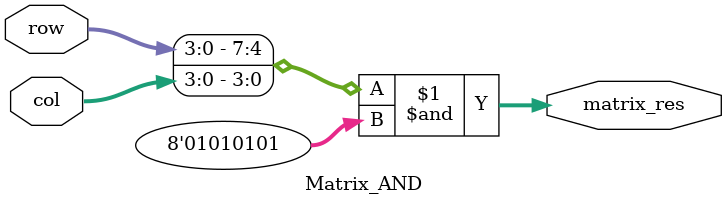
<source format=sv>
module Matrix_AND(
    input [3:0] row, col,
    output [7:0] matrix_res
);
    assign matrix_res = {row, col} & 8'h55; // 矩阵位与操作
endmodule

</source>
